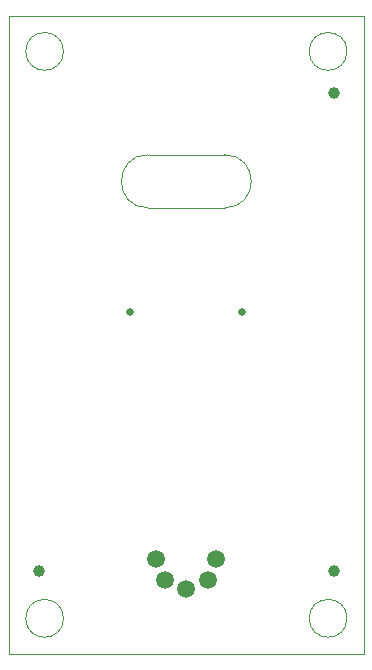
<source format=gbr>
%TF.GenerationSoftware,KiCad,Pcbnew,8.0.4*%
%TF.CreationDate,2024-11-15T13:14:51-06:00*%
%TF.ProjectId,BM_DepthIMU_v2,424d5f44-6570-4746-9849-4d555f76322e,rev?*%
%TF.SameCoordinates,Original*%
%TF.FileFunction,Soldermask,Bot*%
%TF.FilePolarity,Negative*%
%FSLAX46Y46*%
G04 Gerber Fmt 4.6, Leading zero omitted, Abs format (unit mm)*
G04 Created by KiCad (PCBNEW 8.0.4) date 2024-11-15 13:14:51*
%MOMM*%
%LPD*%
G01*
G04 APERTURE LIST*
%ADD10C,0.650000*%
%ADD11C,1.000000*%
%ADD12C,1.500000*%
%TA.AperFunction,Profile*%
%ADD13C,0.050000*%
%TD*%
G04 APERTURE END LIST*
D10*
%TO.C,J1*%
X154840000Y-93600000D03*
X145340000Y-93600000D03*
%TD*%
D11*
%TO.C,FD5*%
X162590000Y-115500000D03*
%TD*%
%TO.C,FD6*%
X162590000Y-75000000D03*
%TD*%
%TO.C,FD4*%
X137590000Y-115500000D03*
%TD*%
D12*
%TO.C,U2*%
X152630000Y-114500000D03*
X151885000Y-116295000D03*
X150090000Y-117040000D03*
X148295000Y-116295000D03*
X147550000Y-114500000D03*
%TD*%
D13*
X146840000Y-84750000D02*
X153340000Y-84750000D01*
X146840000Y-80250000D02*
X153340000Y-80250000D01*
X146840000Y-84750000D02*
G75*
G02*
X146840000Y-80250000I0J2250000D01*
G01*
X153340000Y-80250000D02*
G75*
G02*
X153340000Y-84750000I0J-2250000D01*
G01*
X135090000Y-68500000D02*
X165090000Y-68500000D01*
X165090000Y-122500000D01*
X135090000Y-122500000D01*
X135090000Y-68500000D01*
X139690000Y-119500000D02*
G75*
G02*
X136490000Y-119500000I-1600000J0D01*
G01*
X136490000Y-119500000D02*
G75*
G02*
X139690000Y-119500000I1600000J0D01*
G01*
X163690000Y-71500000D02*
G75*
G02*
X160490000Y-71500000I-1600000J0D01*
G01*
X160490000Y-71500000D02*
G75*
G02*
X163690000Y-71500000I1600000J0D01*
G01*
X139690000Y-71500000D02*
G75*
G02*
X136490000Y-71500000I-1600000J0D01*
G01*
X136490000Y-71500000D02*
G75*
G02*
X139690000Y-71500000I1600000J0D01*
G01*
X163690000Y-119500000D02*
G75*
G02*
X160490000Y-119500000I-1600000J0D01*
G01*
X160490000Y-119500000D02*
G75*
G02*
X163690000Y-119500000I1600000J0D01*
G01*
M02*

</source>
